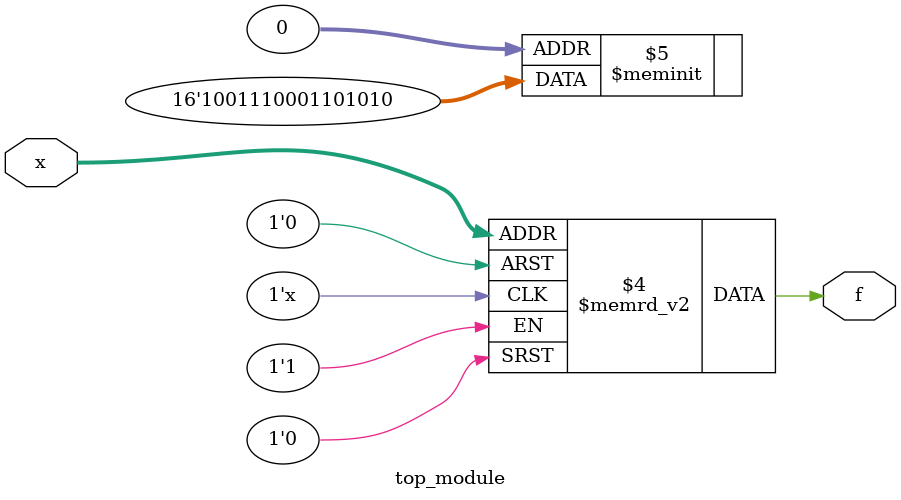
<source format=sv>
module top_module (
    input [4:1] x,
    output logic f
);

always_comb begin
    case (x)
        4'b0001, 4'b0011, 4'b1011, 4'b1111: f = 1'b1; // Minterms: 1, 3, 11, 15
        4'b0101, 4'b0110, 4'b1010, 4'b1100: f = 1'b1; // Don't care conditions
        default: f = 1'b0;
    endcase
end

endmodule

</source>
